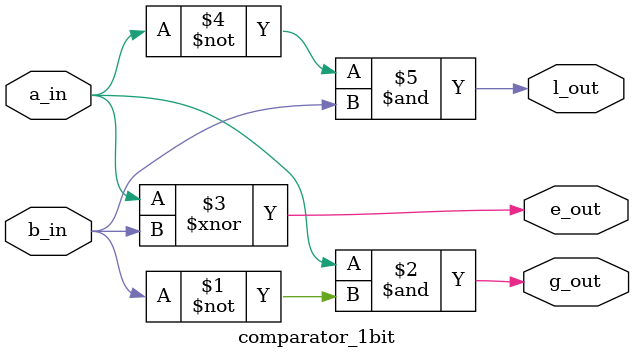
<source format=v>
module comparator_1bit(
input a_in,b_in,
output g_out,e_out,l_out

    );
    
    assign g_out = a_in & (~b_in);
    assign e_out = a_in ~^ b_in;
    assign l_out = (~a_in) & b_in;
endmodule

</source>
